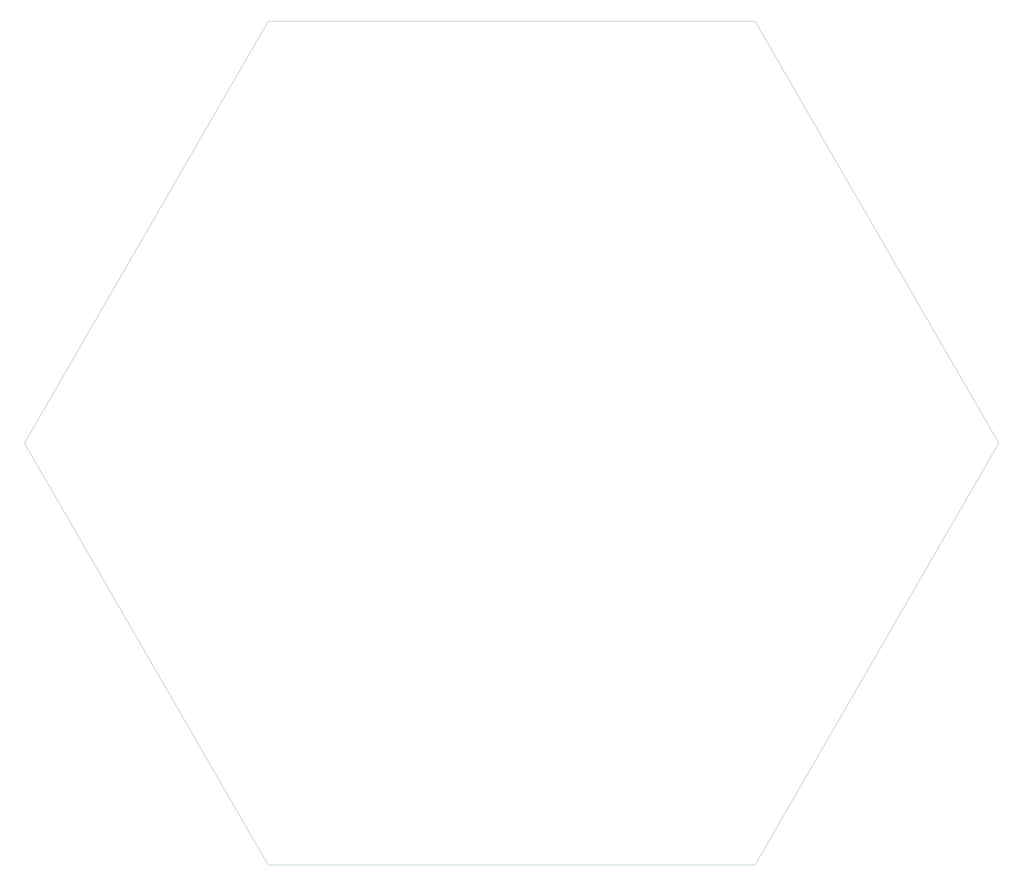
<source format=gbr>
G04 #@! TF.GenerationSoftware,KiCad,Pcbnew,(5.1.5-0-10_14)*
G04 #@! TF.CreationDate,2020-02-27T16:10:43-05:00*
G04 #@! TF.ProjectId,rainboard_newfighter,7261696e-626f-4617-9264-5f6e65776669,rev?*
G04 #@! TF.SameCoordinates,Original*
G04 #@! TF.FileFunction,Profile,NP*
%FSLAX46Y46*%
G04 Gerber Fmt 4.6, Leading zero omitted, Abs format (unit mm)*
G04 Created by KiCad (PCBNEW (5.1.5-0-10_14)) date 2020-02-27 16:10:43*
%MOMM*%
%LPD*%
G04 APERTURE LIST*
%ADD10C,0.050000*%
G04 APERTURE END LIST*
D10*
X-77076261Y-133500000D02*
X77076261Y-133500000D01*
X-154152522Y0D02*
X-77076261Y-133500000D01*
X-77076261Y133500000D02*
X-154152522Y0D01*
X77076261Y133500000D02*
X-77076261Y133500000D01*
X154152522Y0D02*
X77076261Y133500000D01*
X77076261Y-133500000D02*
X154152522Y0D01*
M02*

</source>
